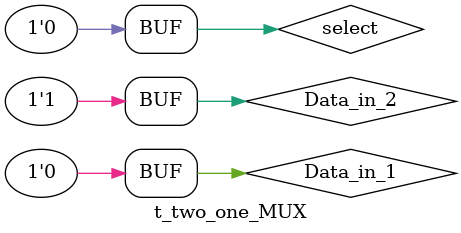
<source format=v>
`timescale 1ns / 1ps

module t_two_one_MUX;

	// Inputs
	reg Data_in_1;
	reg Data_in_2;
	reg select;

	// Outputs
	wire Data_out;

	// Instantiate the Unit Under Test (UUT)
	two_one_MUX uut (
		.Data_in_1(Data_in_1), 
		.Data_in_2(Data_in_2), 
		.select(select), 
		.Data_out(Data_out)
	);

	initial begin
		// Initialize Inputs
		Data_in_1 = 0;
		Data_in_2 = 1;
		select = 0;

		// Wait 100 ns for global reset to finish
		#100;
        
		// Add stimulus here
		repeat (10)
		begin
			#10 select = !select;
		end

	end
      
      
endmodule


</source>
